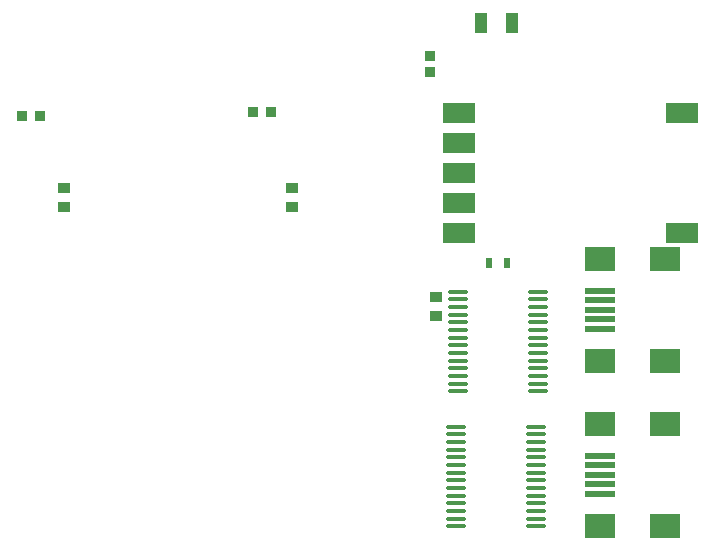
<source format=gtp>
G04 Layer_Color=7318015*
%FSLAX24Y24*%
%MOIN*%
G70*
G01*
G75*
%ADD10R,0.0236X0.0354*%
%ADD11R,0.0354X0.0335*%
%ADD12R,0.0394X0.0354*%
%ADD13R,0.0354X0.0354*%
%ADD14R,0.0984X0.0197*%
%ADD15R,0.0984X0.0787*%
%ADD16R,0.0433X0.0669*%
%ADD17R,0.1098X0.0650*%
%ADD18O,0.0709X0.0138*%
D10*
X24745Y27550D02*
D03*
X24155D02*
D03*
D11*
X22200Y34456D02*
D03*
Y33944D02*
D03*
D12*
X17600Y30065D02*
D03*
Y29435D02*
D03*
X10000Y30065D02*
D03*
Y29435D02*
D03*
X22400Y25785D02*
D03*
Y26415D02*
D03*
D13*
X9195Y32450D02*
D03*
X8605D02*
D03*
X16895Y32600D02*
D03*
X16305D02*
D03*
D14*
X27871Y19870D02*
D03*
Y20185D02*
D03*
Y20500D02*
D03*
Y20815D02*
D03*
Y21130D02*
D03*
Y25370D02*
D03*
Y25685D02*
D03*
Y26000D02*
D03*
Y26315D02*
D03*
Y26630D02*
D03*
D15*
Y22205D02*
D03*
X30029Y18795D02*
D03*
Y22205D02*
D03*
X27871Y18795D02*
D03*
Y27705D02*
D03*
X30029Y24295D02*
D03*
Y27705D02*
D03*
X27871Y24295D02*
D03*
D16*
X24922Y35550D02*
D03*
X23878D02*
D03*
D17*
X30603Y28550D02*
D03*
Y32550D02*
D03*
X23150D02*
D03*
Y31550D02*
D03*
Y30550D02*
D03*
Y29550D02*
D03*
Y28550D02*
D03*
D18*
X23111Y26613D02*
D03*
Y26357D02*
D03*
Y26102D02*
D03*
Y25846D02*
D03*
Y25590D02*
D03*
Y25334D02*
D03*
Y25078D02*
D03*
Y24822D02*
D03*
Y24566D02*
D03*
Y24310D02*
D03*
Y24054D02*
D03*
Y23798D02*
D03*
Y23543D02*
D03*
Y23287D02*
D03*
X25789Y26613D02*
D03*
Y26357D02*
D03*
Y26102D02*
D03*
Y25846D02*
D03*
Y25590D02*
D03*
Y25334D02*
D03*
Y25078D02*
D03*
Y24822D02*
D03*
Y24566D02*
D03*
Y24310D02*
D03*
Y24054D02*
D03*
Y23798D02*
D03*
Y23543D02*
D03*
Y23287D02*
D03*
X23061Y22113D02*
D03*
Y21857D02*
D03*
Y21602D02*
D03*
Y21346D02*
D03*
Y21090D02*
D03*
Y20834D02*
D03*
Y20578D02*
D03*
Y20322D02*
D03*
Y20066D02*
D03*
Y19810D02*
D03*
Y19554D02*
D03*
Y19298D02*
D03*
Y19043D02*
D03*
Y18787D02*
D03*
X25739Y22113D02*
D03*
Y21857D02*
D03*
Y21602D02*
D03*
Y21346D02*
D03*
Y21090D02*
D03*
Y20834D02*
D03*
Y20578D02*
D03*
Y20322D02*
D03*
Y20066D02*
D03*
Y19810D02*
D03*
Y19554D02*
D03*
Y19298D02*
D03*
Y19043D02*
D03*
Y18787D02*
D03*
M02*

</source>
